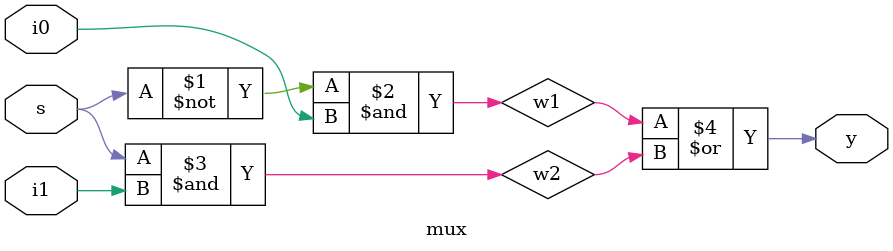
<source format=v>
`resetall

module csa1(cout,sum,cin,a,b);
input [3:0]a,b;
input cin;
output [3:0]sum;
output cout;

wire s0,s1,s2,s3,s4,s5,s6,s7,c0,c1,c2,c3,c4,c5,c6,c7;

fa f1(c0,s0,1'b0,a[0],b[0]);
fa f2(c1,s1,c0,a[1],b[1]);
fa f3(c2,s2,c1,a[2],b[2]);
fa f4(c3,s3,c2,a[3],b[3]);
fa f5(c4,s4,1'b1,a[0],b[0]);
fa f6(c5,s5,c4,a[1],b[1]);
fa f7(c6,s6,c5,a[2],b[2]);
fa f8(c7,s7,c6,a[3],b[3]);

mux m1(sum[0],s4,s0,cin);
mux m2(sum[1],s5,s1,cin);
mux m3(sum[2],s6,s2,cin);
mux m4(sum[3],s7,s3,cin);

mux m5(cout,c7,c3,cin);

endmodule

module fa(cout,sum,cin,a,b);

input a,b,cin;
output cout,sum;

wire w1,w2,w3;

xor xor1(sum,a,b,cin);
or or1(w1,a,b);
or or2(w2,b,cin);
or or3(w3,cin,a);
and and1(cout,w1,w2,w3);

endmodule

module mux(y,i1,i0,s);

input i1,i0,s;
output y;

wire w1,w2;

and a1(w1,~s,i0);
and a2(w2,s,i1);
or o1(y,w1,w2);

endmodule
</source>
